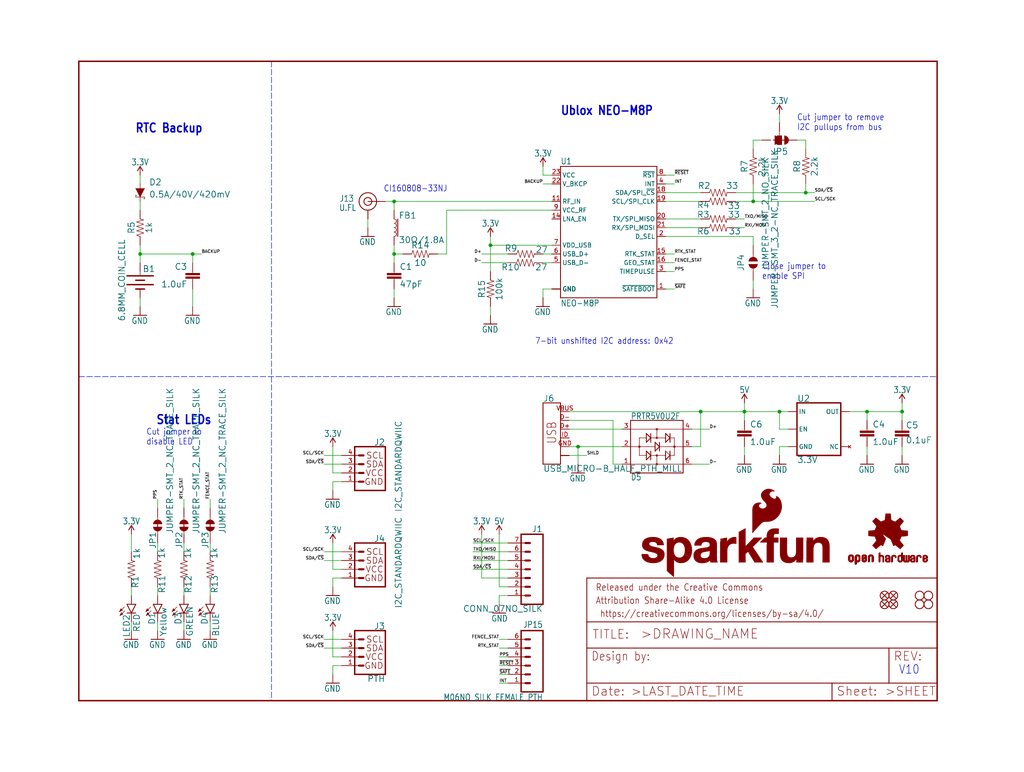
<source format=kicad_sch>
(kicad_sch (version 20211123) (generator eeschema)
  (paper "User" 297.002 223.926)
  (lib_symbols
    (symbol "Qwiic GPS-RTK - ublox NEO-M8P-eagle-import:0.1UF-0603-25V-(+80{slash}-20%)"
      (property "Reference" "C" (at 1.524 2.921 0))
      (property "Value" "0.1UF-0603-25V-(+80{slash}-20%)" (at 1.524 -2.159 0))
      (symbol "0.1UF-0603-25V-(+80{slash}-20%)_1_0"
        (pin passive line (at 0 5.08 270) (length 2.54) (name "1") (number "1"))
        (pin passive line (at 0 -2.54 90) (length 2.54) (name "2") (number "2"))
      )
    )
    (symbol "Qwiic GPS-RTK - ublox NEO-M8P-eagle-import:1.0UF-0603-16V-10%"
      (property "Reference" "C" (at 1.524 2.921 0))
      (property "Value" "1.0UF-0603-16V-10%" (at 1.524 -2.159 0))
      (symbol "1.0UF-0603-16V-10%_1_0"
        (pin passive line (at 0 5.08 270) (length 2.54) (name "1") (number "1"))
        (pin passive line (at 0 -2.54 90) (length 2.54) (name "2") (number "2"))
      )
    )
    (symbol "Qwiic GPS-RTK - ublox NEO-M8P-eagle-import:100KOHM-0603-1{slash}10W-1%"
      (property "Reference" "R" (at 0 1.524 0))
      (property "Value" "100KOHM-0603-1{slash}10W-1%" (at 0 -1.524 0))
      (symbol "100KOHM-0603-1{slash}10W-1%_1_0"
        (pin passive line (at -5.08 0 0) (length 2.54) (name "1") (number "1"))
        (pin passive line (at 5.08 0 180) (length 2.54) (name "2") (number "2"))
      )
    )
    (symbol "Qwiic GPS-RTK - ublox NEO-M8P-eagle-import:10OHM-0603-1{slash}10W-1%"
      (property "Reference" "R" (at 0 1.524 0))
      (property "Value" "10OHM-0603-1{slash}10W-1%" (at 0 -1.524 0))
      (symbol "10OHM-0603-1{slash}10W-1%_1_0"
        (pin passive line (at -5.08 0 0) (length 2.54) (name "1") (number "1"))
        (pin passive line (at 5.08 0 180) (length 2.54) (name "2") (number "2"))
      )
    )
    (symbol "Qwiic GPS-RTK - ublox NEO-M8P-eagle-import:1KOHM-0603-1{slash}10W-1%"
      (property "Reference" "R" (at 0 1.524 0))
      (property "Value" "1KOHM-0603-1{slash}10W-1%" (at 0 -1.524 0))
      (symbol "1KOHM-0603-1{slash}10W-1%_1_0"
        (pin passive line (at -5.08 0 0) (length 2.54) (name "1") (number "1"))
        (pin passive line (at 5.08 0 180) (length 2.54) (name "2") (number "2"))
      )
    )
    (symbol "Qwiic GPS-RTK - ublox NEO-M8P-eagle-import:2.2KOHM-0603-1{slash}10W-1%"
      (property "Reference" "R" (at 0 1.524 0))
      (property "Value" "2.2KOHM-0603-1{slash}10W-1%" (at 0 -1.524 0))
      (symbol "2.2KOHM-0603-1{slash}10W-1%_1_0"
        (pin passive line (at -5.08 0 0) (length 2.54) (name "1") (number "1"))
        (pin passive line (at 5.08 0 180) (length 2.54) (name "2") (number "2"))
      )
    )
    (symbol "Qwiic GPS-RTK - ublox NEO-M8P-eagle-import:27OHM-0603-1{slash}10W-1%"
      (property "Reference" "R" (at 0 1.524 0))
      (property "Value" "27OHM-0603-1{slash}10W-1%" (at 0 -1.524 0))
      (symbol "27OHM-0603-1{slash}10W-1%_1_0"
        (pin passive line (at -5.08 0 0) (length 2.54) (name "1") (number "1"))
        (pin passive line (at 5.08 0 180) (length 2.54) (name "2") (number "2"))
      )
    )
    (symbol "Qwiic GPS-RTK - ublox NEO-M8P-eagle-import:3.3V" (power)
      (property "Value" "3.3V" (at 0 2.794 0))
      (symbol "3.3V_1_0"
        (pin power_in line (at 0 0 90) (length 2.54) (name "3.3V") (number "1"))
      )
    )
    (symbol "Qwiic GPS-RTK - ublox NEO-M8P-eagle-import:33OHM-0603-1{slash}10W-1%"
      (property "Reference" "R" (at 0 1.524 0))
      (property "Value" "33OHM-0603-1{slash}10W-1%" (at 0 -1.524 0))
      (symbol "33OHM-0603-1{slash}10W-1%_1_0"
        (pin passive line (at -5.08 0 0) (length 2.54) (name "1") (number "1"))
        (pin passive line (at 5.08 0 180) (length 2.54) (name "2") (number "2"))
      )
    )
    (symbol "Qwiic GPS-RTK - ublox NEO-M8P-eagle-import:47PF-0603-50V-5%"
      (property "Reference" "C" (at 1.524 2.921 0))
      (property "Value" "47PF-0603-50V-5%" (at 1.524 -2.159 0))
      (symbol "47PF-0603-50V-5%_1_0"
        (pin passive line (at 0 5.08 270) (length 2.54) (name "1") (number "1"))
        (pin passive line (at 0 -2.54 90) (length 2.54) (name "2") (number "2"))
      )
    )
    (symbol "Qwiic GPS-RTK - ublox NEO-M8P-eagle-import:5V" (power)
      (property "Value" "5V" (at 0 2.794 0))
      (symbol "5V_1_0"
        (pin power_in line (at 0 0 90) (length 2.54) (name "5V") (number "1"))
      )
    )
    (symbol "Qwiic GPS-RTK - ublox NEO-M8P-eagle-import:BATTERY-6.8MM_SMD"
      (property "Reference" "BT" (at 0 4.318 0))
      (property "Value" "BATTERY-6.8MM_SMD" (at 0 -4.318 0))
      (symbol "BATTERY-6.8MM_SMD_1_0"
        (pin power_in line (at -5.08 0 0) (length 2.54) (name "+") (number "+"))
        (pin power_in line (at 5.08 0 180) (length 2.54) (name "-") (number "-"))
      )
    )
    (symbol "Qwiic GPS-RTK - ublox NEO-M8P-eagle-import:CONN_07NO_SILK"
      (property "Reference" "J" (at -5.08 13.208 0))
      (property "Value" "CONN_07NO_SILK" (at -5.08 -9.906 0))
      (symbol "CONN_07NO_SILK_1_0"
        (pin passive line (at 5.08 -5.08 180) (length 5.08) (name "1") (number "1"))
        (pin passive line (at 5.08 -2.54 180) (length 5.08) (name "2") (number "2"))
        (pin passive line (at 5.08 0 180) (length 5.08) (name "3") (number "3"))
        (pin passive line (at 5.08 2.54 180) (length 5.08) (name "4") (number "4"))
        (pin passive line (at 5.08 5.08 180) (length 5.08) (name "5") (number "5"))
        (pin passive line (at 5.08 7.62 180) (length 5.08) (name "6") (number "6"))
        (pin passive line (at 5.08 10.16 180) (length 5.08) (name "7") (number "7"))
      )
    )
    (symbol "Qwiic GPS-RTK - ublox NEO-M8P-eagle-import:DIODE-SCHOTTKY-PMEG4005EJ"
      (property "Reference" "D" (at -2.54 2.032 0))
      (property "Value" "DIODE-SCHOTTKY-PMEG4005EJ" (at -2.54 -2.032 0))
      (symbol "DIODE-SCHOTTKY-PMEG4005EJ_1_0"
        (pin passive line (at -2.54 0 0) (length 0) (name "A") (number "A"))
        (pin passive line (at 2.54 0 180) (length 0) (name "C") (number "C"))
      )
    )
    (symbol "Qwiic GPS-RTK - ublox NEO-M8P-eagle-import:FERRITE_BEAD-0603"
      (property "Reference" "FB" (at 1.27 2.54 0))
      (property "Value" "FERRITE_BEAD-0603" (at 1.27 -2.54 0))
      (symbol "FERRITE_BEAD-0603_1_0"
        (pin passive line (at 0 5.08 270) (length 2.54) (name "1") (number "1"))
        (pin passive line (at 0 -5.08 90) (length 2.54) (name "2") (number "2"))
      )
    )
    (symbol "Qwiic GPS-RTK - ublox NEO-M8P-eagle-import:FIDUCIALUFIDUCIAL")
    (symbol "Qwiic GPS-RTK - ublox NEO-M8P-eagle-import:FRAME-LETTER"
      (symbol "FRAME-LETTER_2_0"
        (text " https://creativecommons.org/licenses/by-sa/4.0/" (at 2.54 24.13 0) (effects (font (size 1.9304 1.6408)) (justify left bottom)))
        (text ">DRAWING_NAME" (at 15.494 17.78 0) (effects (font (size 2.7432 2.7432)) (justify left bottom)))
        (text ">LAST_DATE_TIME" (at 12.7 1.27 0) (effects (font (size 2.54 2.54)) (justify left bottom)))
        (text ">SHEET" (at 86.36 1.27 0) (effects (font (size 2.54 2.54)) (justify left bottom)))
        (text "Attribution Share-Alike 4.0 License" (at 2.54 27.94 0) (effects (font (size 1.9304 1.6408)) (justify left bottom)))
        (text "Date:" (at 1.27 1.27 0) (effects (font (size 2.54 2.54)) (justify left bottom)))
        (text "Design by:" (at 1.27 11.43 0) (effects (font (size 2.54 2.159)) (justify left bottom)))
        (text "Released under the Creative Commons" (at 2.54 31.75 0) (effects (font (size 1.9304 1.6408)) (justify left bottom)))
        (text "REV:" (at 88.9 11.43 0) (effects (font (size 2.54 2.54)) (justify left bottom)))
        (text "Sheet:" (at 72.39 1.27 0) (effects (font (size 2.54 2.54)) (justify left bottom)))
        (text "TITLE:" (at 1.524 17.78 0) (effects (font (size 2.54 2.54)) (justify left bottom)))
      )
    )
    (symbol "Qwiic GPS-RTK - ublox NEO-M8P-eagle-import:GND" (power)
      (property "Value" "GND" (at -2.54 -2.54 0))
      (symbol "GND_1_0"
        (pin power_in line (at 0 2.54 270) (length 2.54) (name "GND") (number "1"))
      )
    )
    (symbol "Qwiic GPS-RTK - ublox NEO-M8P-eagle-import:I2C_STANDARDQWIIC"
      (property "Reference" "J" (at -5.08 7.874 0))
      (property "Value" "I2C_STANDARDQWIIC" (at -5.08 -5.334 0))
      (symbol "I2C_STANDARDQWIIC_1_0"
        (text "GND" (at -4.572 -2.54 0) (effects (font (size 1.778 1.778)) (justify left)))
        (text "SCL" (at -4.572 5.08 0) (effects (font (size 1.778 1.778)) (justify left)))
        (text "SDA" (at -4.572 2.54 0) (effects (font (size 1.778 1.778)) (justify left)))
        (text "VCC" (at -4.572 0 0) (effects (font (size 1.778 1.778)) (justify left)))
        (pin power_in line (at 7.62 -2.54 180) (length 5.08) (name "1") (number "1"))
        (pin power_in line (at 7.62 0 180) (length 5.08) (name "2") (number "2"))
        (pin passive line (at 7.62 2.54 180) (length 5.08) (name "3") (number "3"))
        (pin passive line (at 7.62 5.08 180) (length 5.08) (name "4") (number "4"))
      )
    )
    (symbol "Qwiic GPS-RTK - ublox NEO-M8P-eagle-import:I2C_STANDARD_NO_SILK"
      (property "Reference" "J" (at -5.08 7.874 0))
      (property "Value" "I2C_STANDARD_NO_SILK" (at -5.08 -5.334 0))
      (symbol "I2C_STANDARD_NO_SILK_1_0"
        (text "GND" (at -4.572 -2.54 0) (effects (font (size 1.778 1.778)) (justify left)))
        (text "SCL" (at -4.572 5.08 0) (effects (font (size 1.778 1.778)) (justify left)))
        (text "SDA" (at -4.572 2.54 0) (effects (font (size 1.778 1.778)) (justify left)))
        (text "VCC" (at -4.572 0 0) (effects (font (size 1.778 1.778)) (justify left)))
        (pin power_in line (at 7.62 -2.54 180) (length 5.08) (name "1") (number "1"))
        (pin power_in line (at 7.62 0 180) (length 5.08) (name "2") (number "2"))
        (pin passive line (at 7.62 2.54 180) (length 5.08) (name "3") (number "3"))
        (pin passive line (at 7.62 5.08 180) (length 5.08) (name "4") (number "4"))
      )
    )
    (symbol "Qwiic GPS-RTK - ublox NEO-M8P-eagle-import:JUMPER-SMT_2_NC_TRACE_SILK"
      (property "Reference" "JP" (at -2.54 2.54 0))
      (property "Value" "JUMPER-SMT_2_NC_TRACE_SILK" (at -2.54 -2.54 0))
      (symbol "JUMPER-SMT_2_NC_TRACE_SILK_1_0"
        (pin passive line (at -5.08 0 0) (length 2.54) (name "1") (number "1"))
        (pin passive line (at 5.08 0 180) (length 2.54) (name "2") (number "2"))
      )
    )
    (symbol "Qwiic GPS-RTK - ublox NEO-M8P-eagle-import:JUMPER-SMT_2_NO_SILK"
      (property "Reference" "JP" (at -2.54 2.54 0))
      (property "Value" "JUMPER-SMT_2_NO_SILK" (at -2.54 -2.54 0))
      (symbol "JUMPER-SMT_2_NO_SILK_1_0"
        (pin passive line (at -5.08 0 0) (length 2.54) (name "1") (number "1"))
        (pin passive line (at 5.08 0 180) (length 2.54) (name "2") (number "2"))
      )
    )
    (symbol "Qwiic GPS-RTK - ublox NEO-M8P-eagle-import:JUMPER-SMT_3_2-NC_TRACE_SILK"
      (property "Reference" "JP" (at 2.54 0.381 0))
      (property "Value" "JUMPER-SMT_3_2-NC_TRACE_SILK" (at 2.54 -0.381 0))
      (symbol "JUMPER-SMT_3_2-NC_TRACE_SILK_1_0"
        (pin passive line (at 0 5.08 270) (length 2.54) (name "1") (number "1"))
        (pin passive line (at -5.08 0 0) (length 2.54) (name "2") (number "2"))
        (pin passive line (at 0 -5.08 90) (length 2.54) (name "3") (number "3"))
      )
    )
    (symbol "Qwiic GPS-RTK - ublox NEO-M8P-eagle-import:LED-BLUE0603"
      (property "Reference" "D" (at -3.429 -4.572 90))
      (property "Value" "LED-BLUE0603" (at 1.905 -4.572 90))
      (symbol "LED-BLUE0603_1_0"
        (pin passive line (at 0 2.54 270) (length 2.54) (name "A") (number "A"))
        (pin passive line (at 0 -5.08 90) (length 2.54) (name "C") (number "C"))
      )
    )
    (symbol "Qwiic GPS-RTK - ublox NEO-M8P-eagle-import:LED-GREEN0603"
      (property "Reference" "D" (at -3.429 -4.572 90))
      (property "Value" "LED-GREEN0603" (at 1.905 -4.572 90))
      (symbol "LED-GREEN0603_1_0"
        (pin passive line (at 0 2.54 270) (length 2.54) (name "A") (number "A"))
        (pin passive line (at 0 -5.08 90) (length 2.54) (name "C") (number "C"))
      )
    )
    (symbol "Qwiic GPS-RTK - ublox NEO-M8P-eagle-import:LED-RED0603"
      (property "Reference" "D" (at -3.429 -4.572 90))
      (property "Value" "LED-RED0603" (at 1.905 -4.572 90))
      (symbol "LED-RED0603_1_0"
        (pin passive line (at 0 2.54 270) (length 2.54) (name "A") (number "A"))
        (pin passive line (at 0 -5.08 90) (length 2.54) (name "C") (number "C"))
      )
    )
    (symbol "Qwiic GPS-RTK - ublox NEO-M8P-eagle-import:LED-YELLOW0603"
      (property "Reference" "D" (at -3.429 -4.572 90))
      (property "Value" "LED-YELLOW0603" (at 1.905 -4.572 90))
      (symbol "LED-YELLOW0603_1_0"
        (pin passive line (at 0 2.54 270) (length 2.54) (name "A") (number "A"))
        (pin passive line (at 0 -5.08 90) (length 2.54) (name "C") (number "C"))
      )
    )
    (symbol "Qwiic GPS-RTK - ublox NEO-M8P-eagle-import:M06NO_SILK_FEMALE_PTH"
      (property "Reference" "J" (at -5.08 10.922 0))
      (property "Value" "M06NO_SILK_FEMALE_PTH" (at -5.08 -10.16 0))
      (symbol "M06NO_SILK_FEMALE_PTH_1_0"
        (pin passive line (at 5.08 -5.08 180) (length 5.08) (name "1") (number "1"))
        (pin passive line (at 5.08 -2.54 180) (length 5.08) (name "2") (number "2"))
        (pin passive line (at 5.08 0 180) (length 5.08) (name "3") (number "3"))
        (pin passive line (at 5.08 2.54 180) (length 5.08) (name "4") (number "4"))
        (pin passive line (at 5.08 5.08 180) (length 5.08) (name "5") (number "5"))
        (pin passive line (at 5.08 7.62 180) (length 5.08) (name "6") (number "6"))
      )
    )
    (symbol "Qwiic GPS-RTK - ublox NEO-M8P-eagle-import:NEO-M8PM8P"
      (property "Reference" "U" (at -12.7 18.288 0))
      (property "Value" "NEO-M8PM8P" (at -12.7 -22.86 0))
      (symbol "NEO-M8PM8P_1_0"
        (pin bidirectional line (at 17.78 -17.78 180) (length 2.54) (name "~{SAFEBOOT}") (number "1"))
        (pin bidirectional line (at -15.24 -17.78 0) (length 2.54) (name "GND") (number "10"))
        (pin bidirectional line (at -15.24 7.62 0) (length 2.54) (name "RF_IN") (number "11"))
        (pin bidirectional line (at -15.24 -17.78 0) (length 2.54) (name "GND") (number "12"))
        (pin bidirectional line (at -15.24 -17.78 0) (length 2.54) (name "GND") (number "13"))
        (pin bidirectional line (at -15.24 2.54 0) (length 2.54) (name "LNA_EN") (number "14"))
        (pin bidirectional line (at 17.78 -7.62 180) (length 2.54) (name "RTK_STAT") (number "15"))
        (pin bidirectional line (at 17.78 -10.16 180) (length 2.54) (name "GEO_STAT") (number "16"))
        (pin bidirectional line (at 17.78 10.16 180) (length 2.54) (name "SDA/SPI_~{CS}") (number "18"))
        (pin bidirectional line (at 17.78 7.62 180) (length 2.54) (name "SCL/SPI_CLK") (number "19"))
        (pin bidirectional line (at 17.78 -2.54 180) (length 2.54) (name "D_SEL") (number "2"))
        (pin bidirectional line (at 17.78 2.54 180) (length 2.54) (name "TX/SPI_MISO") (number "20"))
        (pin bidirectional line (at 17.78 0 180) (length 2.54) (name "RX/SPI_MOSI") (number "21"))
        (pin bidirectional line (at -15.24 12.7 0) (length 2.54) (name "V_BKCP") (number "22"))
        (pin bidirectional line (at -15.24 15.24 0) (length 2.54) (name "VCC") (number "23"))
        (pin bidirectional line (at -15.24 -17.78 0) (length 2.54) (name "GND") (number "24"))
        (pin bidirectional line (at 17.78 -12.7 180) (length 2.54) (name "TIMEPULSE") (number "3"))
        (pin bidirectional line (at 17.78 12.7 180) (length 2.54) (name "INT") (number "4"))
        (pin bidirectional line (at -15.24 -10.16 0) (length 2.54) (name "USB_D-") (number "5"))
        (pin bidirectional line (at -15.24 -7.62 0) (length 2.54) (name "USB_D+") (number "6"))
        (pin bidirectional line (at -15.24 -5.08 0) (length 2.54) (name "VDD_USB") (number "7"))
        (pin bidirectional line (at 17.78 15.24 180) (length 2.54) (name "~{RST}") (number "8"))
        (pin bidirectional line (at -15.24 5.08 0) (length 2.54) (name "VCC_RF") (number "9"))
      )
    )
    (symbol "Qwiic GPS-RTK - ublox NEO-M8P-eagle-import:OSHW-LOGOMINI")
    (symbol "Qwiic GPS-RTK - ublox NEO-M8P-eagle-import:PRTR5V0U2F"
      (property "Reference" "D" (at -7.62 7.874 0))
      (property "Value" "PRTR5V0U2F" (at -7.62 -7.874 0))
      (symbol "PRTR5V0U2F_1_0"
        (pin bidirectional line (at -10.16 5.08 0) (length 2.54) (name "1") (number "1"))
        (pin bidirectional line (at -10.16 0 0) (length 2.54) (name "2") (number "2"))
        (pin bidirectional line (at -10.16 -5.08 0) (length 2.54) (name "3") (number "3"))
        (pin bidirectional line (at 10.16 -5.08 180) (length 2.54) (name "4") (number "4"))
        (pin bidirectional line (at 10.16 0 180) (length 2.54) (name "5") (number "5"))
        (pin bidirectional line (at 10.16 5.08 180) (length 2.54) (name "6") (number "6"))
      )
    )
    (symbol "Qwiic GPS-RTK - ublox NEO-M8P-eagle-import:SFE_LOGO_NAME_FLAME.1_INCH")
    (symbol "Qwiic GPS-RTK - ublox NEO-M8P-eagle-import:STAND-OFF")
    (symbol "Qwiic GPS-RTK - ublox NEO-M8P-eagle-import:U.FL2PIN"
      (property "Reference" "J" (at 2.54 -5.08 0))
      (property "Value" "U.FL2PIN" (at 2.54 -7.62 0))
      (symbol "U.FL2PIN_1_0"
        (pin bidirectional line (at 0 -5.08 90) (length 2.54) (name "GND") (number "1"))
        (pin bidirectional line (at 0 -5.08 90) (length 2.54) (name "GND") (number "2"))
        (pin bidirectional line (at 5.08 0 180) (length 5.08) (name "SIGNAL") (number "FEED"))
      )
    )
    (symbol "Qwiic GPS-RTK - ublox NEO-M8P-eagle-import:USB_MICRO-B_HALF_PTH_MILL"
      (property "Reference" "J" (at -2.54 10.414 0))
      (property "Value" "USB_MICRO-B_HALF_PTH_MILL" (at -2.54 -9.906 0))
      (symbol "USB_MICRO-B_HALF_PTH_MILL_1_0"
        (text "USB" (at 0 1.524 900) (effects (font (size 2.54 2.159))))
        (pin bidirectional line (at 5.08 2.54 180) (length 2.54) (name "D+") (number "D+"))
        (pin bidirectional line (at 5.08 5.08 180) (length 2.54) (name "D-") (number "D-"))
        (pin power_in line (at 5.08 -2.54 180) (length 2.54) (name "GND") (number "GND"))
        (pin bidirectional line (at 5.08 0 180) (length 2.54) (name "ID") (number "ID"))
        (pin bidirectional line (at 5.08 -5.08 180) (length 2.54) (name "SHIELD") (number "SHIELD"))
        (pin bidirectional line (at 5.08 -5.08 180) (length 2.54) (name "SHIELD") (number "SHIELD10"))
        (pin bidirectional line (at 5.08 -5.08 180) (length 2.54) (name "SHIELD") (number "SHIELD2"))
        (pin bidirectional line (at 5.08 -5.08 180) (length 2.54) (name "SHIELD") (number "SHIELD3"))
        (pin bidirectional line (at 5.08 -5.08 180) (length 2.54) (name "SHIELD") (number "SHIELD4"))
        (pin bidirectional line (at 5.08 -5.08 180) (length 2.54) (name "SHIELD") (number "SHIELD5"))
        (pin bidirectional line (at 5.08 -5.08 180) (length 2.54) (name "SHIELD") (number "SHIELD6"))
        (pin bidirectional line (at 5.08 -5.08 180) (length 2.54) (name "SHIELD") (number "SHIELD7"))
        (pin bidirectional line (at 5.08 -5.08 180) (length 2.54) (name "SHIELD") (number "SHIELD8"))
        (pin bidirectional line (at 5.08 -5.08 180) (length 2.54) (name "SHIELD") (number "SHIELD9"))
        (pin power_in line (at 5.08 7.62 180) (length 2.54) (name "VBUS") (number "VBUS"))
      )
    )
    (symbol "Qwiic GPS-RTK - ublox NEO-M8P-eagle-import:V_REG_AP2112K-3.3V"
      (property "Reference" "U" (at -7.62 7.874 0))
      (property "Value" "V_REG_AP2112K-3.3V" (at -7.62 -7.874 0))
      (symbol "V_REG_AP2112K-3.3V_1_0"
        (pin input line (at -10.16 5.08 0) (length 2.54) (name "IN") (number "1"))
        (pin input line (at -10.16 -5.08 0) (length 2.54) (name "GND") (number "2"))
        (pin input line (at -10.16 0 0) (length 2.54) (name "EN") (number "3"))
        (pin no_connect line (at 7.62 -5.08 180) (length 2.54) (name "NC") (number "4"))
        (pin passive line (at 7.62 5.08 180) (length 2.54) (name "OUT") (number "5"))
      )
    )
  )
  (junction (at 218.44 58.42))
  (junction (at 203.2 119.38))
  (junction (at 40.64 73.66))
  (junction (at 233.68 55.88))
  (junction (at 226.06 119.38))
  (junction (at 167.64 129.54))
  (junction (at 55.88 73.66))
  (junction (at 142.24 71.12))
  (junction (at 114.3 73.66))
  (junction (at 261.62 119.38))
  (junction (at 251.46 119.38))
  (junction (at 215.9 119.38))
  (junction (at 114.3 58.42))
  (wire (pts (xy 129.54 73.66) (xy 127 73.66)))
  (wire (pts (xy 200.66 129.54) (xy 203.2 129.54)))
  (wire (pts (xy 129.54 60.96) (xy 129.54 73.66)))
  (wire (pts (xy 251.46 132.08) (xy 251.46 129.54)))
  (wire (pts (xy 60.96 180.34) (xy 60.96 182.88)))
  (wire (pts (xy 261.62 116.84) (xy 261.62 119.38)))
  (wire (pts (xy 246.38 119.38) (xy 251.46 119.38)))
  (wire (pts (xy 38.1 154.94) (xy 38.1 160.02)))
  (wire (pts (xy 215.9 121.92) (xy 215.9 119.38)))
  (wire (pts (xy 193.04 73.66) (xy 195.58 73.66)))
  (wire (pts (xy 165.1 132.08) (xy 170.18 132.08)))
  (wire (pts (xy 160.02 50.8) (xy 157.48 50.8)))
  (wire (pts (xy 144.78 172.72) (xy 144.78 175.26)))
  (wire (pts (xy 157.48 48.26) (xy 157.48 50.8)))
  (wire (pts (xy 99.06 193.04) (xy 96.52 193.04)))
  (wire (pts (xy 96.52 137.16) (xy 96.52 129.54)))
  (wire (pts (xy 147.32 172.72) (xy 144.78 172.72)))
  (wire (pts (xy 147.32 162.56) (xy 137.16 162.56)))
  (wire (pts (xy 228.6 124.46) (xy 226.06 124.46)))
  (wire (pts (xy 193.04 78.74) (xy 195.58 78.74)))
  (wire (pts (xy 40.64 71.12) (xy 40.64 73.66)))
  (wire (pts (xy 96.52 167.64) (xy 96.52 170.18)))
  (wire (pts (xy 147.32 190.5) (xy 144.78 190.5)))
  (wire (pts (xy 38.1 172.72) (xy 38.1 170.18)))
  (wire (pts (xy 213.36 58.42) (xy 218.44 58.42)))
  (wire (pts (xy 99.06 132.08) (xy 93.98 132.08)))
  (wire (pts (xy 203.2 55.88) (xy 193.04 55.88)))
  (wire (pts (xy 218.44 81.28) (xy 218.44 83.82)))
  (wire (pts (xy 147.32 167.64) (xy 139.7 167.64)))
  (wire (pts (xy 142.24 71.12) (xy 142.24 78.74)))
  (wire (pts (xy 213.36 66.04) (xy 215.9 66.04)))
  (wire (pts (xy 233.68 53.34) (xy 233.68 55.88)))
  (wire (pts (xy 167.64 129.54) (xy 167.64 134.62)))
  (wire (pts (xy 45.72 170.18) (xy 45.72 172.72)))
  (wire (pts (xy 147.32 160.02) (xy 137.16 160.02)))
  (wire (pts (xy 180.34 129.54) (xy 167.64 129.54)))
  (wire (pts (xy 218.44 71.12) (xy 218.44 68.58)))
  (wire (pts (xy 147.32 157.48) (xy 137.16 157.48)))
  (wire (pts (xy 160.02 60.96) (xy 129.54 60.96)))
  (wire (pts (xy 147.32 187.96) (xy 144.78 187.96)))
  (wire (pts (xy 45.72 147.32) (xy 45.72 144.78)))
  (wire (pts (xy 96.52 165.1) (xy 96.52 157.48)))
  (wire (pts (xy 193.04 50.8) (xy 195.58 50.8)))
  (wire (pts (xy 142.24 68.58) (xy 142.24 71.12)))
  (wire (pts (xy 106.68 66.04) (xy 106.68 63.5)))
  (wire (pts (xy 215.9 119.38) (xy 215.9 116.84)))
  (wire (pts (xy 139.7 167.64) (xy 139.7 154.94)))
  (wire (pts (xy 40.64 86.36) (xy 40.64 88.9)))
  (wire (pts (xy 226.06 119.38) (xy 215.9 119.38)))
  (wire (pts (xy 142.24 91.44) (xy 142.24 88.9)))
  (wire (pts (xy 218.44 58.42) (xy 236.22 58.42)))
  (wire (pts (xy 226.06 124.46) (xy 226.06 119.38)))
  (wire (pts (xy 251.46 119.38) (xy 261.62 119.38)))
  (wire (pts (xy 233.68 40.64) (xy 231.14 40.64)))
  (wire (pts (xy 55.88 83.82) (xy 55.88 88.9)))
  (wire (pts (xy 99.06 185.42) (xy 93.98 185.42)))
  (wire (pts (xy 114.3 73.66) (xy 114.3 76.2)))
  (wire (pts (xy 147.32 76.2) (xy 139.7 76.2)))
  (wire (pts (xy 160.02 73.66) (xy 157.48 73.66)))
  (wire (pts (xy 55.88 73.66) (xy 40.64 73.66)))
  (wire (pts (xy 160.02 83.82) (xy 157.48 83.82)))
  (wire (pts (xy 200.66 124.46) (xy 205.74 124.46)))
  (wire (pts (xy 218.44 53.34) (xy 218.44 58.42)))
  (wire (pts (xy 96.52 190.5) (xy 96.52 182.88)))
  (wire (pts (xy 215.9 119.38) (xy 203.2 119.38)))
  (wire (pts (xy 99.06 134.62) (xy 93.98 134.62)))
  (wire (pts (xy 251.46 119.38) (xy 251.46 121.92)))
  (wire (pts (xy 193.04 63.5) (xy 203.2 63.5)))
  (wire (pts (xy 193.04 76.2) (xy 195.58 76.2)))
  (wire (pts (xy 160.02 76.2) (xy 157.48 76.2)))
  (wire (pts (xy 99.06 165.1) (xy 96.52 165.1)))
  (wire (pts (xy 53.34 157.48) (xy 53.34 160.02)))
  (wire (pts (xy 99.06 162.56) (xy 93.98 162.56)))
  (wire (pts (xy 213.36 63.5) (xy 215.9 63.5)))
  (wire (pts (xy 45.72 180.34) (xy 45.72 182.88)))
  (wire (pts (xy 99.06 160.02) (xy 93.98 160.02)))
  (wire (pts (xy 40.64 58.42) (xy 40.64 60.96)))
  (wire (pts (xy 45.72 157.48) (xy 45.72 160.02)))
  (wire (pts (xy 218.44 43.18) (xy 218.44 40.64)))
  (wire (pts (xy 193.04 66.04) (xy 203.2 66.04)))
  (wire (pts (xy 38.1 182.88) (xy 38.1 180.34)))
  (wire (pts (xy 53.34 180.34) (xy 53.34 182.88)))
  (wire (pts (xy 96.52 139.7) (xy 96.52 142.24)))
  (polyline (pts (xy 22.86 109.22) (xy 271.78 109.22)))
  (wire (pts (xy 213.36 55.88) (xy 233.68 55.88)))
  (wire (pts (xy 99.06 139.7) (xy 96.52 139.7)))
  (wire (pts (xy 147.32 198.12) (xy 144.78 198.12)))
  (wire (pts (xy 114.3 58.42) (xy 114.3 60.96)))
  (wire (pts (xy 193.04 68.58) (xy 218.44 68.58)))
  (wire (pts (xy 165.1 121.92) (xy 177.8 121.92)))
  (wire (pts (xy 203.2 58.42) (xy 193.04 58.42)))
  (wire (pts (xy 177.8 134.62) (xy 180.34 134.62)))
  (wire (pts (xy 203.2 119.38) (xy 165.1 119.38)))
  (wire (pts (xy 226.06 129.54) (xy 226.06 132.08)))
  (wire (pts (xy 147.32 193.04) (xy 144.78 193.04)))
  (wire (pts (xy 142.24 71.12) (xy 160.02 71.12)))
  (wire (pts (xy 144.78 170.18) (xy 144.78 154.94)))
  (wire (pts (xy 147.32 185.42) (xy 144.78 185.42)))
  (wire (pts (xy 165.1 129.54) (xy 167.64 129.54)))
  (wire (pts (xy 200.66 134.62) (xy 205.74 134.62)))
  (wire (pts (xy 160.02 53.34) (xy 157.48 53.34)))
  (wire (pts (xy 226.06 119.38) (xy 228.6 119.38)))
  (wire (pts (xy 116.84 73.66) (xy 114.3 73.66)))
  (wire (pts (xy 261.62 132.08) (xy 261.62 129.54)))
  (wire (pts (xy 55.88 73.66) (xy 58.42 73.66)))
  (wire (pts (xy 60.96 157.48) (xy 60.96 160.02)))
  (wire (pts (xy 228.6 129.54) (xy 226.06 129.54)))
  (wire (pts (xy 53.34 170.18) (xy 53.34 172.72)))
  (wire (pts (xy 226.06 33.02) (xy 226.06 35.56)))
  (wire (pts (xy 203.2 129.54) (xy 203.2 119.38)))
  (wire (pts (xy 99.06 187.96) (xy 93.98 187.96)))
  (wire (pts (xy 114.3 58.42) (xy 111.76 58.42)))
  (wire (pts (xy 147.32 195.58) (xy 144.78 195.58)))
  (wire (pts (xy 60.96 170.18) (xy 60.96 172.72)))
  (wire (pts (xy 218.44 40.64) (xy 220.98 40.64)))
  (wire (pts (xy 40.64 73.66) (xy 40.64 76.2)))
  (wire (pts (xy 215.9 132.08) (xy 215.9 129.54)))
  (wire (pts (xy 53.34 147.32) (xy 53.34 144.78)))
  (wire (pts (xy 99.06 137.16) (xy 96.52 137.16)))
  (wire (pts (xy 233.68 55.88) (xy 236.22 55.88)))
  (wire (pts (xy 99.06 167.64) (xy 96.52 167.64)))
  (wire (pts (xy 193.04 83.82) (xy 195.58 83.82)))
  (wire (pts (xy 55.88 73.66) (xy 55.88 76.2)))
  (polyline (pts (xy 78.74 17.78) (xy 78.74 203.2)))
  (wire (pts (xy 193.04 53.34) (xy 195.58 53.34)))
  (wire (pts (xy 60.96 147.32) (xy 60.96 144.78)))
  (wire (pts (xy 99.06 190.5) (xy 96.52 190.5)))
  (wire (pts (xy 157.48 83.82) (xy 157.48 86.36)))
  (wire (pts (xy 233.68 43.18) (xy 233.68 40.64)))
  (wire (pts (xy 147.32 73.66) (xy 139.7 73.66)))
  (wire (pts (xy 177.8 121.92) (xy 177.8 134.62)))
  (wire (pts (xy 165.1 124.46) (xy 180.34 124.46)))
  (wire (pts (xy 147.32 170.18) (xy 144.78 170.18)))
  (wire (pts (xy 114.3 71.12) (xy 114.3 73.66)))
  (wire (pts (xy 96.52 193.04) (xy 96.52 195.58)))
  (wire (pts (xy 147.32 165.1) (xy 137.16 165.1)))
  (wire (pts (xy 114.3 86.36) (xy 114.3 83.82)))
  (wire (pts (xy 114.3 58.42) (xy 160.02 58.42)))
  (wire (pts (xy 261.62 121.92) (xy 261.62 119.38)))
  (wire (pts (xy 40.64 50.8) (xy 40.64 53.34)))
  (text "V10" (at 260.604 195.834 180) (effects (font (size 2.54 2.159)) (justify left bottom)))
  (text "Stat LEDs" (at 53.34 121.92 180) (effects (font (size 2.54 2.159) (thickness 0.4318) bold)))
  (text "Ublox NEO-M8P" (at 176.022 32.258 180) (effects (font (size 2.54 2.159) (thickness 0.4318) bold)))
  (text "CI160808-33NJ" (at 111.252 55.88 180) (effects (font (size 1.778 1.5113)) (justify left bottom)))
  (text "Cut jumper to\ndisable LED" (at 42.418 129.286 180) (effects (font (size 1.778 1.5113)) (justify left bottom)))
  (text "Cut jumper to remove\nI2C pullups from bus" (at 231.14 38.1 180) (effects (font (size 1.778 1.5113)) (justify left bottom)))
  (text "RTC Backup" (at 49.022 37.338 180) (effects (font (size 2.54 2.159) (thickness 0.4318) bold)))
  (text "7-bit unshifted I2C address: 0x42" (at 175.26 99.06 180) (effects (font (size 1.778 1.5113))))
  (text "Close jumper to\nenable SPI" (at 220.98 81.28 180) (effects (font (size 1.778 1.5113)) (justify left bottom)))
  (label "RTK_STAT" (at 195.58 73.66 0) (effects (font (size 0.889 0.889))))
  (label "BACKUP" (at 58.42 73.66 0) (effects (font (size 0.889 0.889))))
  (label "~{RESET}" (at 195.58 50.8 0) (effects (font (size 0.889 0.889))))
  (label "SDA/~{CS}" (at 93.98 162.56 180) (effects (font (size 0.889 0.889))))
  (label "INT" (at 195.58 53.34 0) (effects (font (size 0.889 0.889))))
  (label "BACKUP" (at 157.48 53.34 180) (effects (font (size 0.889 0.889))))
  (label "INT" (at 144.78 198.12 0) (effects (font (size 0.889 0.889))))
  (label "PPS" (at 45.72 144.78 90) (effects (font (size 0.889 0.889))))
  (label "SDA/~{CS}" (at 93.98 187.96 180) (effects (font (size 0.889 0.889))))
  (label "SDA/~{CS}" (at 236.22 55.88 0) (effects (font (size 0.889 0.889))))
  (label "SCL/SCK" (at 137.16 157.48 0) (effects (font (size 0.889 0.889))))
  (label "SDA/~{CS}" (at 137.16 165.1 0) (effects (font (size 0.889 0.889))))
  (label "SCL/SCK" (at 93.98 185.42 180) (effects (font (size 0.889 0.889))))
  (label "D+" (at 139.7 73.66 180) (effects (font (size 0.889 0.889))))
  (label "RXI/MOSI" (at 215.9 66.04 0) (effects (font (size 0.889 0.889))))
  (label "RTK_STAT" (at 144.78 187.96 180) (effects (font (size 0.889 0.889))))
  (label "FENCE_STAT" (at 60.96 144.78 90) (effects (font (size 0.889 0.889))))
  (label "FENCE_STAT" (at 195.58 76.2 0) (effects (font (size 0.889 0.889))))
  (label "~{SAFE}" (at 144.78 195.58 0) (effects (font (size 0.889 0.889))))
  (label "RXI/MOSI" (at 137.16 162.56 0) (effects (font (size 0.889 0.889))))
  (label "D+" (at 205.74 124.46 0) (effects (font (size 0.889 0.889))))
  (label "FENCE_STAT" (at 144.78 185.42 180) (effects (font (size 0.889 0.889))))
  (label "PPS" (at 195.58 78.74 0) (effects (font (size 0.889 0.889))))
  (label "SCL/SCK" (at 93.98 160.02 180) (effects (font (size 0.889 0.889))))
  (label "SCL/SCK" (at 93.98 132.08 180) (effects (font (size 0.889 0.889))))
  (label "PPS" (at 144.78 190.5 0) (effects (font (size 0.889 0.889))))
  (label "D-" (at 205.74 134.62 0) (effects (font (size 0.889 0.889))))
  (label "~{SAFE}" (at 195.58 83.82 0) (effects (font (size 0.889 0.889))))
  (label "SHLD" (at 170.18 132.08 0) (effects (font (size 0.889 0.889))))
  (label "SDA/~{CS}" (at 93.98 134.62 180) (effects (font (size 0.889 0.889))))
  (label "RTK_STAT" (at 53.34 144.78 90) (effects (font (size 0.889 0.889))))
  (label "~{RESET}" (at 144.78 193.04 0) (effects (font (size 0.889 0.889))))
  (label "TXO/MISO" (at 137.16 160.02 0) (effects (font (size 0.889 0.889))))
  (label "D-" (at 139.7 76.2 180) (effects (font (size 0.889 0.889))))
  (label "TXO/MISO" (at 215.9 63.5 0) (effects (font (size 0.889 0.889))))
  (label "SCL/SCK" (at 236.22 58.42 0) (effects (font (size 0.889 0.889))))
  (symbol (lib_id "Qwiic GPS-RTK - ublox NEO-M8P-eagle-import:BATTERY-6.8MM_SMD") (at 40.64 81.28 270) (unit 1)
    (property "Reference" "B1" (at 43.18 78.994 90) (effects (font (size 1.778 1.778)) (justify bottom)))
    (property "Value" "6.8MM_COIN_CELL" (at 36.322 81.28 0) (effects (font (size 1.778 1.778)) (justify top)))
    (property "Footprint" "Qwiic GPS-RTK - ublox NEO-M8P:BATTCON-6.8MM" (effects hide))
  )
  (symbol (lib_id "Qwiic GPS-RTK - ublox NEO-M8P-eagle-import:33OHM-0603-1{slash}10W-1%") (at 208.28 66.04 0) (unit 1)
    (property "Reference" "R6" (at 203.962 68.072 0) (effects (font (size 1.778 1.778)) (justify bottom)))
    (property "Value" "33" (at 213.106 68.072 0) (effects (font (size 1.778 1.778)) (justify bottom)))
    (property "Footprint" "Qwiic GPS-RTK - ublox NEO-M8P:0603" (effects hide))
  )
  (symbol (lib_id "Qwiic GPS-RTK - ublox NEO-M8P-eagle-import:LED-RED0603") (at 38.1 175.26 0) (unit 1)
    (property "Reference" "LED2" (at 37.719 184.912 90) (effects (font (size 1.778 1.778)) (justify left bottom)))
    (property "Value" "RED" (at 38.608 183.388 90) (effects (font (size 1.778 1.778)) (justify left top)))
    (property "Footprint" "Qwiic GPS-RTK - ublox NEO-M8P:LED-0603" (effects hide))
  )
  (symbol (lib_id "Qwiic GPS-RTK - ublox NEO-M8P-eagle-import:DIODE-SCHOTTKY-PMEG4005EJ") (at 40.64 55.88 270) (unit 1)
    (property "Reference" "D2" (at 43.18 53.848 90) (effects (font (size 1.778 1.778)) (justify left bottom)))
    (property "Value" "0.5A/40V/420mV" (at 43.18 55.372 90) (effects (font (size 1.778 1.778)) (justify left top)))
    (property "Footprint" "Qwiic GPS-RTK - ublox NEO-M8P:SOD-323" (effects hide))
  )
  (symbol (lib_id "Qwiic GPS-RTK - ublox NEO-M8P-eagle-import:I2C_STANDARD_NO_SILK") (at 106.68 190.5 0) (mirror y) (unit 1)
    (property "Reference" "J3" (at 111.76 182.626 0) (effects (font (size 1.778 1.778)) (justify left bottom)))
    (property "Value" "PTH" (at 111.76 195.834 0) (effects (font (size 1.778 1.778)) (justify left top)))
    (property "Footprint" "Qwiic GPS-RTK - ublox NEO-M8P:1X04_NO_SILK" (effects hide))
  )
  (symbol (lib_id "Qwiic GPS-RTK - ublox NEO-M8P-eagle-import:LED-BLUE0603") (at 60.96 175.26 0) (unit 1)
    (property "Reference" "D4" (at 60.325 181.229 90) (effects (font (size 1.778 1.778)) (justify left bottom)))
    (property "Value" "BLUE" (at 61.595 184.658 90) (effects (font (size 1.778 1.778)) (justify left top)))
    (property "Footprint" "Qwiic GPS-RTK - ublox NEO-M8P:LED-0603" (effects hide))
  )
  (symbol (lib_id "Qwiic GPS-RTK - ublox NEO-M8P-eagle-import:LED-GREEN0603") (at 53.34 175.26 0) (unit 1)
    (property "Reference" "D3" (at 52.705 181.229 90) (effects (font (size 1.778 1.778)) (justify left bottom)))
    (property "Value" "GREEN" (at 53.975 184.658 90) (effects (font (size 1.778 1.778)) (justify left top)))
    (property "Footprint" "Qwiic GPS-RTK - ublox NEO-M8P:LED-0603" (effects hide))
  )
  (symbol (lib_id "Qwiic GPS-RTK - ublox NEO-M8P-eagle-import:GND") (at 144.78 177.8 0) (mirror y) (unit 1)
    (property "Reference" "#GND1" (effects hide))
    (property "Value" "GND" (at 147.32 180.34 0) (effects (font (size 1.778 1.5113)) (justify left bottom)))
    (property "Footprint" "Qwiic GPS-RTK - ublox NEO-M8P:" (effects hide))
  )
  (symbol (lib_id "Qwiic GPS-RTK - ublox NEO-M8P-eagle-import:JUMPER-SMT_2_NC_TRACE_SILK") (at 60.96 152.4 90) (unit 1)
    (property "Reference" "JP3" (at 60.579 159.258 0) (effects (font (size 1.778 1.778)) (justify left bottom)))
    (property "Value" "JUMPER-SMT_2_NC_TRACE_SILK" (at 63.5 154.94 0) (effects (font (size 1.778 1.778)) (justify left top)))
    (property "Footprint" "Qwiic GPS-RTK - ublox NEO-M8P:SMT-JUMPER_2_NC_TRACE_SILK" (effects hide))
  )
  (symbol (lib_id "Qwiic GPS-RTK - ublox NEO-M8P-eagle-import:GND") (at 38.1 185.42 0) (unit 1)
    (property "Reference" "#GND12" (effects hide))
    (property "Value" "GND" (at 35.56 187.96 0) (effects (font (size 1.778 1.5113)) (justify left bottom)))
    (property "Footprint" "Qwiic GPS-RTK - ublox NEO-M8P:" (effects hide))
  )
  (symbol (lib_id "Qwiic GPS-RTK - ublox NEO-M8P-eagle-import:FRAME-LETTER") (at 22.86 203.2 0) (unit 1)
    (property "Reference" "FRAME1" (effects hide))
    (property "Value" "FRAME-LETTER" (effects hide))
    (property "Footprint" "Qwiic GPS-RTK - ublox NEO-M8P:CREATIVE_COMMONS" (effects hide))
  )
  (symbol (lib_id "Qwiic GPS-RTK - ublox NEO-M8P-eagle-import:2.2KOHM-0603-1{slash}10W-1%") (at 233.68 48.26 90) (unit 1)
    (property "Reference" "R8" (at 232.156 48.26 0) (effects (font (size 1.778 1.778)) (justify bottom)))
    (property "Value" "2.2k" (at 235.204 48.26 0) (effects (font (size 1.778 1.778)) (justify top)))
    (property "Footprint" "Qwiic GPS-RTK - ublox NEO-M8P:0603" (effects hide))
  )
  (symbol (lib_id "Qwiic GPS-RTK - ublox NEO-M8P-eagle-import:FIDUCIALUFIDUCIAL") (at 259.08 175.26 270) (unit 1)
    (property "Reference" "JP81" (effects hide))
    (property "Value" "FIDUCIALUFIDUCIAL" (effects hide))
    (property "Footprint" "Qwiic GPS-RTK - ublox NEO-M8P:MICRO-FIDUCIAL" (effects hide))
  )
  (symbol (lib_id "Qwiic GPS-RTK - ublox NEO-M8P-eagle-import:1KOHM-0603-1{slash}10W-1%") (at 60.96 165.1 90) (unit 1)
    (property "Reference" "R13" (at 63.246 169.418 0) (effects (font (size 1.778 1.778)) (justify bottom)))
    (property "Value" "1k" (at 63.119 160.401 0) (effects (font (size 1.778 1.778)) (justify bottom)))
    (property "Footprint" "Qwiic GPS-RTK - ublox NEO-M8P:0603" (effects hide))
  )
  (symbol (lib_id "Qwiic GPS-RTK - ublox NEO-M8P-eagle-import:GND") (at 53.34 185.42 0) (unit 1)
    (property "Reference" "#GND9" (effects hide))
    (property "Value" "GND" (at 50.8 187.96 0) (effects (font (size 1.778 1.5113)) (justify left bottom)))
    (property "Footprint" "Qwiic GPS-RTK - ublox NEO-M8P:" (effects hide))
  )
  (symbol (lib_id "Qwiic GPS-RTK - ublox NEO-M8P-eagle-import:NEO-M8PM8P") (at 175.26 66.04 0) (unit 1)
    (property "Reference" "U1" (at 162.56 47.752 0) (effects (font (size 1.778 1.5113)) (justify left bottom)))
    (property "Value" "NEO-M8P" (at 162.56 88.9 0) (effects (font (size 1.778 1.5113)) (justify left bottom)))
    (property "Footprint" "Qwiic GPS-RTK - ublox NEO-M8P:NEO-M8P" (effects hide))
  )
  (symbol (lib_id "Qwiic GPS-RTK - ublox NEO-M8P-eagle-import:3.3V") (at 96.52 129.54 0) (unit 1)
    (property "Reference" "#SUPPLY4" (effects hide))
    (property "Value" "3.3V" (at 96.52 126.746 0) (effects (font (size 1.778 1.5113)) (justify bottom)))
    (property "Footprint" "Qwiic GPS-RTK - ublox NEO-M8P:" (effects hide))
  )
  (symbol (lib_id "Qwiic GPS-RTK - ublox NEO-M8P-eagle-import:V_REG_AP2112K-3.3V") (at 238.76 124.46 0) (unit 1)
    (property "Reference" "U2" (at 231.14 116.586 0) (effects (font (size 1.778 1.778)) (justify left bottom)))
    (property "Value" "3.3V" (at 231.14 132.334 0) (effects (font (size 1.778 1.778)) (justify left top)))
    (property "Footprint" "Qwiic GPS-RTK - ublox NEO-M8P:SOT23-5" (effects hide))
  )
  (symbol (lib_id "Qwiic GPS-RTK - ublox NEO-M8P-eagle-import:STAND-OFF") (at 266.7 175.26 0) (unit 1)
    (property "Reference" "JP101" (effects hide))
    (property "Value" "STAND-OFF" (effects hide))
    (property "Footprint" "Qwiic GPS-RTK - ublox NEO-M8P:STAND-OFF" (effects hide))
  )
  (symbol (lib_id "Qwiic GPS-RTK - ublox NEO-M8P-eagle-import:OSHW-LOGOMINI") (at 257.556 154.686 0) (unit 1)
    (property "Reference" "LOGO1" (effects hide))
    (property "Value" "OSHW-LOGOMINI" (effects hide))
    (property "Footprint" "Qwiic GPS-RTK - ublox NEO-M8P:OSHW-LOGO-MINI" (effects hide))
  )
  (symbol (lib_id "Qwiic GPS-RTK - ublox NEO-M8P-eagle-import:JUMPER-SMT_2_NC_TRACE_SILK") (at 45.72 152.4 90) (unit 1)
    (property "Reference" "JP1" (at 45.339 159.258 0) (effects (font (size 1.778 1.778)) (justify left bottom)))
    (property "Value" "JUMPER-SMT_2_NC_TRACE_SILK" (at 48.26 154.94 0) (effects (font (size 1.778 1.778)) (justify left top)))
    (property "Footprint" "Qwiic GPS-RTK - ublox NEO-M8P:SMT-JUMPER_2_NC_TRACE_SILK" (effects hide))
  )
  (symbol (lib_id "Qwiic GPS-RTK - ublox NEO-M8P-eagle-import:1KOHM-0603-1{slash}10W-1%") (at 38.1 165.1 90) (unit 1)
    (property "Reference" "R1" (at 40.259 168.783 0) (effects (font (size 1.778 1.778)) (justify bottom)))
    (property "Value" "1k" (at 38.608 160.528 0) (effects (font (size 1.778 1.778)) (justify top)))
    (property "Footprint" "Qwiic GPS-RTK - ublox NEO-M8P:0603" (effects hide))
  )
  (symbol (lib_id "Qwiic GPS-RTK - ublox NEO-M8P-eagle-import:LED-YELLOW0603") (at 45.72 175.26 0) (unit 1)
    (property "Reference" "D1" (at 45.085 181.229 90) (effects (font (size 1.778 1.778)) (justify left bottom)))
    (property "Value" "Yellow" (at 46.355 184.658 90) (effects (font (size 1.778 1.778)) (justify left top)))
    (property "Footprint" "Qwiic GPS-RTK - ublox NEO-M8P:LED-0603" (effects hide))
  )
  (symbol (lib_id "Qwiic GPS-RTK - ublox NEO-M8P-eagle-import:47PF-0603-50V-5%") (at 114.3 81.28 0) (unit 1)
    (property "Reference" "C1" (at 115.824 78.359 0) (effects (font (size 1.778 1.778)) (justify left bottom)))
    (property "Value" "47pF" (at 115.824 83.439 0) (effects (font (size 1.778 1.778)) (justify left bottom)))
    (property "Footprint" "Qwiic GPS-RTK - ublox NEO-M8P:0603" (effects hide))
  )
  (symbol (lib_id "Qwiic GPS-RTK - ublox NEO-M8P-eagle-import:GND") (at 167.64 137.16 0) (unit 1)
    (property "Reference" "#GND15" (effects hide))
    (property "Value" "GND" (at 165.1 139.7 0) (effects (font (size 1.778 1.5113)) (justify left bottom)))
    (property "Footprint" "Qwiic GPS-RTK - ublox NEO-M8P:" (effects hide))
  )
  (symbol (lib_id "Qwiic GPS-RTK - ublox NEO-M8P-eagle-import:3.3V") (at 96.52 182.88 0) (unit 1)
    (property "Reference" "#SUPPLY7" (effects hide))
    (property "Value" "3.3V" (at 96.52 180.086 0) (effects (font (size 1.778 1.5113)) (justify bottom)))
    (property "Footprint" "Qwiic GPS-RTK - ublox NEO-M8P:" (effects hide))
  )
  (symbol (lib_id "Qwiic GPS-RTK - ublox NEO-M8P-eagle-import:STAND-OFF") (at 269.24 175.26 0) (unit 1)
    (property "Reference" "JP41" (effects hide))
    (property "Value" "STAND-OFF" (effects hide))
    (property "Footprint" "Qwiic GPS-RTK - ublox NEO-M8P:STAND-OFF" (effects hide))
  )
  (symbol (lib_id "Qwiic GPS-RTK - ublox NEO-M8P-eagle-import:GND") (at 157.48 88.9 0) (unit 1)
    (property "Reference" "#GND3" (effects hide))
    (property "Value" "GND" (at 154.94 91.44 0) (effects (font (size 1.778 1.5113)) (justify left bottom)))
    (property "Footprint" "Qwiic GPS-RTK - ublox NEO-M8P:" (effects hide))
  )
  (symbol (lib_id "Qwiic GPS-RTK - ublox NEO-M8P-eagle-import:GND") (at 142.24 93.98 0) (unit 1)
    (property "Reference" "#GND19" (effects hide))
    (property "Value" "GND" (at 139.7 96.52 0) (effects (font (size 1.778 1.5113)) (justify left bottom)))
    (property "Footprint" "Qwiic GPS-RTK - ublox NEO-M8P:" (effects hide))
  )
  (symbol (lib_id "Qwiic GPS-RTK - ublox NEO-M8P-eagle-import:FIDUCIALUFIDUCIAL") (at 259.08 172.72 0) (unit 1)
    (property "Reference" "JP61" (effects hide))
    (property "Value" "FIDUCIALUFIDUCIAL" (effects hide))
    (property "Footprint" "Qwiic GPS-RTK - ublox NEO-M8P:MICRO-FIDUCIAL" (effects hide))
  )
  (symbol (lib_id "Qwiic GPS-RTK - ublox NEO-M8P-eagle-import:GND") (at 55.88 91.44 0) (unit 1)
    (property "Reference" "#GND10" (effects hide))
    (property "Value" "GND" (at 53.34 93.98 0) (effects (font (size 1.778 1.5113)) (justify left bottom)))
    (property "Footprint" "Qwiic GPS-RTK - ublox NEO-M8P:" (effects hide))
  )
  (symbol (lib_id "Qwiic GPS-RTK - ublox NEO-M8P-eagle-import:5V") (at 215.9 116.84 0) (unit 1)
    (property "Reference" "#SUPPLY3" (effects hide))
    (property "Value" "5V" (at 215.9 114.046 0) (effects (font (size 1.778 1.5113)) (justify bottom)))
    (property "Footprint" "Qwiic GPS-RTK - ublox NEO-M8P:" (effects hide))
  )
  (symbol (lib_id "Qwiic GPS-RTK - ublox NEO-M8P-eagle-import:STAND-OFF") (at 266.7 172.72 0) (unit 1)
    (property "Reference" "JP91" (effects hide))
    (property "Value" "STAND-OFF" (effects hide))
    (property "Footprint" "Qwiic GPS-RTK - ublox NEO-M8P:STAND-OFF" (effects hide))
  )
  (symbol (lib_id "Qwiic GPS-RTK - ublox NEO-M8P-eagle-import:3.3V") (at 38.1 154.94 0) (unit 1)
    (property "Reference" "#P+1" (effects hide))
    (property "Value" "3.3V" (at 38.1 152.146 0) (effects (font (size 1.778 1.5113)) (justify bottom)))
    (property "Footprint" "Qwiic GPS-RTK - ublox NEO-M8P:" (effects hide))
  )
  (symbol (lib_id "Qwiic GPS-RTK - ublox NEO-M8P-eagle-import:FIDUCIALUFIDUCIAL") (at 256.54 172.72 270) (unit 1)
    (property "Reference" "JP21" (effects hide))
    (property "Value" "FIDUCIALUFIDUCIAL" (effects hide))
    (property "Footprint" "Qwiic GPS-RTK - ublox NEO-M8P:MICRO-FIDUCIAL" (effects hide))
  )
  (symbol (lib_id "Qwiic GPS-RTK - ublox NEO-M8P-eagle-import:1.0UF-0603-16V-10%") (at 55.88 81.28 0) (mirror y) (unit 1)
    (property "Reference" "C3" (at 54.356 78.359 0) (effects (font (size 1.778 1.778)) (justify left bottom)))
    (property "Value" "1.0uF" (at 54.356 83.439 0) (effects (font (size 1.778 1.778)) (justify left bottom)))
    (property "Footprint" "Qwiic GPS-RTK - ublox NEO-M8P:0603" (effects hide))
  )
  (symbol (lib_id "Qwiic GPS-RTK - ublox NEO-M8P-eagle-import:PRTR5V0U2F") (at 190.5 129.54 0) (mirror x) (unit 1)
    (property "Reference" "D5" (at 182.88 137.414 0) (effects (font (size 1.778 1.5113)) (justify left bottom)))
    (property "Value" "PRTR5V0U2F" (at 182.88 121.666 0) (effects (font (size 1.778 1.5113)) (justify left top)))
    (property "Footprint" "Qwiic GPS-RTK - ublox NEO-M8P:SOT886" (effects hide))
  )
  (symbol (lib_id "Qwiic GPS-RTK - ublox NEO-M8P-eagle-import:JUMPER-SMT_2_NO_SILK") (at 218.44 76.2 90) (unit 1)
    (property "Reference" "JP4" (at 215.9 78.74 0) (effects (font (size 1.778 1.778)) (justify left bottom)))
    (property "Value" "JUMPER-SMT_2_NO_SILK" (at 220.98 78.74 0) (effects (font (size 1.778 1.778)) (justify left top)))
    (property "Footprint" "Qwiic GPS-RTK - ublox NEO-M8P:SMT-JUMPER_2_NO_SILK" (effects hide))
  )
  (symbol (lib_id "Qwiic GPS-RTK - ublox NEO-M8P-eagle-import:STAND-OFF") (at 269.24 172.72 0) (unit 1)
    (property "Reference" "JP31" (effects hide))
    (property "Value" "STAND-OFF" (effects hide))
    (property "Footprint" "Qwiic GPS-RTK - ublox NEO-M8P:STAND-OFF" (effects hide))
  )
  (symbol (lib_id "Qwiic GPS-RTK - ublox NEO-M8P-eagle-import:33OHM-0603-1{slash}10W-1%") (at 208.28 63.5 0) (unit 1)
    (property "Reference" "R3" (at 203.962 63.246 0) (effects (font (size 1.778 1.778)) (justify bottom)))
    (property "Value" "33" (at 212.852 63.246 0) (effects (font (size 1.778 1.778)) (justify bottom)))
    (property "Footprint" "Qwiic GPS-RTK - ublox NEO-M8P:0603" (effects hide))
  )
  (symbol (lib_id "Qwiic GPS-RTK - ublox NEO-M8P-eagle-import:1.0UF-0603-16V-10%") (at 251.46 127 0) (unit 1)
    (property "Reference" "C4" (at 252.984 124.079 0) (effects (font (size 1.778 1.778)) (justify left bottom)))
    (property "Value" "1.0uF" (at 252.984 129.159 0) (effects (font (size 1.778 1.778)) (justify left bottom)))
    (property "Footprint" "Qwiic GPS-RTK - ublox NEO-M8P:0603" (effects hide))
  )
  (symbol (lib_id "Qwiic GPS-RTK - ublox NEO-M8P-eagle-import:I2C_STANDARDQWIIC") (at 106.68 165.1 0) (mirror y) (unit 1)
    (property "Reference" "J4" (at 111.76 157.226 0) (effects (font (size 1.778 1.778)) (justify left bottom)))
    (property "Value" "I2C_STANDARDQWIIC" (at 114.554 149.86 90) (effects (font (size 1.778 1.778)) (justify right bottom)))
    (property "Footprint" "Qwiic GPS-RTK - ublox NEO-M8P:1X04_1MM_RA" (effects hide))
  )
  (symbol (lib_id "Qwiic GPS-RTK - ublox NEO-M8P-eagle-import:GND") (at 218.44 86.36 0) (unit 1)
    (property "Reference" "#GND2" (effects hide))
    (property "Value" "GND" (at 215.9 88.9 0) (effects (font (size 1.778 1.5113)) (justify left bottom)))
    (property "Footprint" "Qwiic GPS-RTK - ublox NEO-M8P:" (effects hide))
  )
  (symbol (lib_id "Qwiic GPS-RTK - ublox NEO-M8P-eagle-import:JUMPER-SMT_2_NC_TRACE_SILK") (at 53.34 152.4 90) (unit 1)
    (property "Reference" "JP2" (at 52.959 159.258 0) (effects (font (size 1.778 1.778)) (justify left bottom)))
    (property "Value" "JUMPER-SMT_2_NC_TRACE_SILK" (at 55.88 154.94 0) (effects (font (size 1.778 1.778)) (justify left top)))
    (property "Footprint" "Qwiic GPS-RTK - ublox NEO-M8P:SMT-JUMPER_2_NC_TRACE_SILK" (effects hide))
  )
  (symbol (lib_id "Qwiic GPS-RTK - ublox NEO-M8P-eagle-import:GND") (at 40.64 91.44 0) (unit 1)
    (property "Reference" "#GND5" (effects hide))
    (property "Value" "GND" (at 38.1 93.98 0) (effects (font (size 1.778 1.5113)) (justify left bottom)))
    (property "Footprint" "Qwiic GPS-RTK - ublox NEO-M8P:" (effects hide))
  )
  (symbol (lib_id "Qwiic GPS-RTK - ublox NEO-M8P-eagle-import:GND") (at 106.68 68.58 0) (unit 1)
    (property "Reference" "#GND27" (effects hide))
    (property "Value" "GND" (at 104.14 71.12 0) (effects (font (size 1.778 1.5113)) (justify left bottom)))
    (property "Footprint" "Qwiic GPS-RTK - ublox NEO-M8P:" (effects hide))
  )
  (symbol (lib_id "Qwiic GPS-RTK - ublox NEO-M8P-eagle-import:27OHM-0603-1{slash}10W-1%") (at 152.4 73.66 0) (unit 1)
    (property "Reference" "R9" (at 148.209 73.025 0) (effects (font (size 1.778 1.778)) (justify bottom)))
    (property "Value" "27" (at 157.099 73.406 0) (effects (font (size 1.778 1.778)) (justify bottom)))
    (property "Footprint" "Qwiic GPS-RTK - ublox NEO-M8P:0603" (effects hide))
  )
  (symbol (lib_id "Qwiic GPS-RTK - ublox NEO-M8P-eagle-import:3.3V") (at 40.64 50.8 0) (unit 1)
    (property "Reference" "#SUPPLY5" (effects hide))
    (property "Value" "3.3V" (at 40.64 48.006 0) (effects (font (size 1.778 1.5113)) (justify bottom)))
    (property "Footprint" "Qwiic GPS-RTK - ublox NEO-M8P:" (effects hide))
  )
  (symbol (lib_id "Qwiic GPS-RTK - ublox NEO-M8P-eagle-import:SFE_LOGO_NAME_FLAME.1_INCH") (at 185.42 167.64 0) (unit 1)
    (property "Reference" "LOGO2" (effects hide))
    (property "Value" "SFE_LOGO_NAME_FLAME.1_INCH" (effects hide))
    (property "Footprint" "Qwiic GPS-RTK - ublox NEO-M8P:SFE_LOGO_NAME_FLAME_.1" (effects hide))
  )
  (symbol (lib_id "Qwiic GPS-RTK - ublox NEO-M8P-eagle-import:3.3V") (at 142.24 68.58 0) (mirror y) (unit 1)
    (property "Reference" "#SUPPLY6" (effects hide))
    (property "Value" "3.3V" (at 142.24 65.786 0) (effects (font (size 1.778 1.5113)) (justify bottom)))
    (property "Footprint" "Qwiic GPS-RTK - ublox NEO-M8P:" (effects hide))
  )
  (symbol (lib_id "Qwiic GPS-RTK - ublox NEO-M8P-eagle-import:GND") (at 226.06 134.62 0) (unit 1)
    (property "Reference" "#GND14" (effects hide))
    (property "Value" "GND" (at 223.52 137.16 0) (effects (font (size 1.778 1.5113)) (justify left bottom)))
    (property "Footprint" "Qwiic GPS-RTK - ublox NEO-M8P:" (effects hide))
  )
  (symbol (lib_id "Qwiic GPS-RTK - ublox NEO-M8P-eagle-import:GND") (at 45.72 185.42 0) (unit 1)
    (property "Reference" "#GND4" (effects hide))
    (property "Value" "GND" (at 43.18 187.96 0) (effects (font (size 1.778 1.5113)) (justify left bottom)))
    (property "Footprint" "Qwiic GPS-RTK - ublox NEO-M8P:" (effects hide))
  )
  (symbol (lib_id "Qwiic GPS-RTK - ublox NEO-M8P-eagle-import:1KOHM-0603-1{slash}10W-1%") (at 40.64 66.04 90) (unit 1)
    (property "Reference" "R5" (at 39.116 66.04 0) (effects (font (size 1.778 1.778)) (justify bottom)))
    (property "Value" "1k" (at 42.164 66.04 0) (effects (font (size 1.778 1.778)) (justify top)))
    (property "Footprint" "Qwiic GPS-RTK - ublox NEO-M8P:0603" (effects hide))
  )
  (symbol (lib_id "Qwiic GPS-RTK - ublox NEO-M8P-eagle-import:GND") (at 114.3 88.9 0) (unit 1)
    (property "Reference" "#GND18" (effects hide))
    (property "Value" "GND" (at 111.76 91.44 0) (effects (font (size 1.778 1.5113)) (justify left bottom)))
    (property "Footprint" "Qwiic GPS-RTK - ublox NEO-M8P:" (effects hide))
  )
  (symbol (lib_id "Qwiic GPS-RTK - ublox NEO-M8P-eagle-import:M06NO_SILK_FEMALE_PTH") (at 152.4 193.04 0) (mirror y) (unit 1)
    (property "Reference" "JP15" (at 157.48 182.118 0) (effects (font (size 1.778 1.5113)) (justify left bottom)))
    (property "Value" "M06NO_SILK_FEMALE_PTH" (at 157.48 203.2 0) (effects (font (size 1.778 1.5113)) (justify left bottom)))
    (property "Footprint" "Qwiic GPS-RTK - ublox NEO-M8P:1X06_NO_SILK" (effects hide))
  )
  (symbol (lib_id "Qwiic GPS-RTK - ublox NEO-M8P-eagle-import:GND") (at 96.52 172.72 0) (unit 1)
    (property "Reference" "#GND8" (effects hide))
    (property "Value" "GND" (at 93.98 175.26 0) (effects (font (size 1.778 1.5113)) (justify left bottom)))
    (property "Footprint" "Qwiic GPS-RTK - ublox NEO-M8P:" (effects hide))
  )
  (symbol (lib_id "Qwiic GPS-RTK - ublox NEO-M8P-eagle-import:GND") (at 96.52 144.78 0) (unit 1)
    (property "Reference" "#GND6" (effects hide))
    (property "Value" "GND" (at 93.98 147.32 0) (effects (font (size 1.778 1.5113)) (justify left bottom)))
    (property "Footprint" "Qwiic GPS-RTK - ublox NEO-M8P:" (effects hide))
  )
  (symbol (lib_id "Qwiic GPS-RTK - ublox NEO-M8P-eagle-import:CONN_07NO_SILK") (at 152.4 167.64 0) (mirror y) (unit 1)
    (property "Reference" "J1" (at 157.48 154.432 0) (effects (font (size 1.778 1.778)) (justify left bottom)))
    (property "Value" "CONN_07NO_SILK" (at 157.48 177.546 0) (effects (font (size 1.778 1.778)) (justify left bottom)))
    (property "Footprint" "Qwiic GPS-RTK - ublox NEO-M8P:1X07_NO_SILK" (effects hide))
  )
  (symbol (lib_id "Qwiic GPS-RTK - ublox NEO-M8P-eagle-import:3.3V") (at 96.52 157.48 0) (unit 1)
    (property "Reference" "#SUPPLY8" (effects hide))
    (property "Value" "3.3V" (at 96.52 154.686 0) (effects (font (size 1.778 1.5113)) (justify bottom)))
    (property "Footprint" "Qwiic GPS-RTK - ublox NEO-M8P:" (effects hide))
  )
  (symbol (lib_id "Qwiic GPS-RTK - ublox NEO-M8P-eagle-import:FERRITE_BEAD-0603") (at 114.3 66.04 0) (unit 1)
    (property "Reference" "FB1" (at 115.57 63.5 0) (effects (font (size 1.778 1.778)) (justify left bottom)))
    (property "Value" "30Ω/1.8A" (at 115.57 68.58 0) (effects (font (size 1.778 1.778)) (justify left top)))
    (property "Footprint" "Qwiic GPS-RTK - ublox NEO-M8P:0603" (effects hide))
  )
  (symbol (lib_id "Qwiic GPS-RTK - ublox NEO-M8P-eagle-import:10OHM-0603-1{slash}10W-1%") (at 121.92 73.66 0) (unit 1)
    (property "Reference" "R14" (at 121.92 72.136 0) (effects (font (size 1.778 1.778)) (justify bottom)))
    (property "Value" "10" (at 121.92 75.184 0) (effects (font (size 1.778 1.778)) (justify top)))
    (property "Footprint" "Qwiic GPS-RTK - ublox NEO-M8P:0603" (effects hide))
  )
  (symbol (lib_id "Qwiic GPS-RTK - ublox NEO-M8P-eagle-import:JUMPER-SMT_3_2-NC_TRACE_SILK") (at 226.06 40.64 270) (unit 1)
    (property "Reference" "JP5" (at 223.52 44.958 90) (effects (font (size 1.778 1.778)) (justify left bottom)))
    (property "Value" "JUMPER-SMT_3_2-NC_TRACE_SILK" (at 225.679 43.18 0) (effects (font (size 1.778 1.778)) (justify left top)))
    (property "Footprint" "Qwiic GPS-RTK - ublox NEO-M8P:SMT-JUMPER_3_2-NC_TRACE_SILK" (effects hide))
  )
  (symbol (lib_id "Qwiic GPS-RTK - ublox NEO-M8P-eagle-import:1KOHM-0603-1{slash}10W-1%") (at 53.34 165.1 90) (unit 1)
    (property "Reference" "R12" (at 55.626 169.418 0) (effects (font (size 1.778 1.778)) (justify bottom)))
    (property "Value" "1k" (at 55.499 160.401 0) (effects (font (size 1.778 1.778)) (justify bottom)))
    (property "Footprint" "Qwiic GPS-RTK - ublox NEO-M8P:0603" (effects hide))
  )
  (symbol (lib_id "Qwiic GPS-RTK - ublox NEO-M8P-eagle-import:GND") (at 60.96 185.42 0) (unit 1)
    (property "Reference" "#GND17" (effects hide))
    (property "Value" "GND" (at 58.42 187.96 0) (effects (font (size 1.778 1.5113)) (justify left bottom)))
    (property "Footprint" "Qwiic GPS-RTK - ublox NEO-M8P:" (effects hide))
  )
  (symbol (lib_id "Qwiic GPS-RTK - ublox NEO-M8P-eagle-import:3.3V") (at 157.48 48.26 0) (mirror y) (unit 1)
    (property "Reference" "#SUPPLY1" (effects hide))
    (property "Value" "3.3V" (at 157.48 45.466 0) (effects (font (size 1.778 1.5113)) (justify bottom)))
    (property "Footprint" "Qwiic GPS-RTK - ublox NEO-M8P:" (effects hide))
  )
  (symbol (lib_id "Qwiic GPS-RTK - ublox NEO-M8P-eagle-import:GND") (at 96.52 198.12 0) (unit 1)
    (property "Reference" "#GND7" (effects hide))
    (property "Value" "GND" (at 93.98 200.66 0) (effects (font (size 1.778 1.5113)) (justify left bottom)))
    (property "Footprint" "Qwiic GPS-RTK - ublox NEO-M8P:" (effects hide))
  )
  (symbol (lib_id "Qwiic GPS-RTK - ublox NEO-M8P-eagle-import:U.FL2PIN") (at 106.68 58.42 0) (unit 1)
    (property "Reference" "J13" (at 98.425 58.547 0) (effects (font (size 1.778 1.5113)) (justify left bottom)))
    (property "Value" "U.FL" (at 98.298 61.214 0) (effects (font (size 1.778 1.5113)) (justify left bottom)))
    (property "Footprint" "Qwiic GPS-RTK - ublox NEO-M8P:U.FL" (effects hide))
  )
  (symbol (lib_id "Qwiic GPS-RTK - ublox NEO-M8P-eagle-import:5V") (at 144.78 154.94 0) (unit 1)
    (property "Reference" "#SUPPLY11" (effects hide))
    (property "Value" "5V" (at 144.78 152.146 0) (effects (font (size 1.778 1.5113)) (justify bottom)))
    (property "Footprint" "Qwiic GPS-RTK - ublox NEO-M8P:" (effects hide))
  )
  (symbol (lib_id "Qwiic GPS-RTK - ublox NEO-M8P-eagle-import:FRAME-LETTER") (at 170.18 203.2 0) (unit 2)
    (property "Reference" "FRAME1" (effects hide))
    (property "Value" "FRAME-LETTER" (effects hide))
    (property "Footprint" "Qwiic GPS-RTK - ublox NEO-M8P:CREATIVE_COMMONS" (effects hide))
  )
  (symbol (lib_id "Qwiic GPS-RTK - ublox NEO-M8P-eagle-import:1KOHM-0603-1{slash}10W-1%") (at 45.72 165.1 90) (unit 1)
    (property "Reference" "R11" (at 48.006 169.418 0) (effects (font (size 1.778 1.778)) (justify bottom)))
    (property "Value" "1k" (at 47.879 160.401 0) (effects (font (size 1.778 1.778)) (justify bottom)))
    (property "Footprint" "Qwiic GPS-RTK - ublox NEO-M8P:0603" (effects hide))
  )
  (symbol (lib_id "Qwiic GPS-RTK - ublox NEO-M8P-eagle-import:FIDUCIALUFIDUCIAL") (at 256.54 175.26 270) (unit 1)
    (property "Reference" "JP71" (effects hide))
    (property "Value" "FIDUCIALUFIDUCIAL" (effects hide))
    (property "Footprint" "Qwiic GPS-RTK - ublox NEO-M8P:MICRO-FIDUCIAL" (effects hide))
  )
  (symbol (lib_id "Qwiic GPS-RTK - ublox NEO-M8P-eagle-import:0.1UF-0603-25V-(+80{slash}-20%)") (at 261.62 124.46 180) (unit 1)
    (property "Reference" "C5" (at 262.636 124.333 0) (effects (font (size 1.778 1.778)) (justify right top)))
    (property "Value" "0.1uF" (at 262.636 128.651 0) (effects (font (size 1.778 1.778)) (justify right top)))
    (property "Footprint" "Qwiic GPS-RTK - ublox NEO-M8P:0603" (effects hide))
  )
  (symbol (lib_id "Qwiic GPS-RTK - ublox NEO-M8P-eagle-import:3.3V") (at 139.7 154.94 0) (unit 1)
    (property "Reference" "#SUPPLY10" (effects hide))
    (property "Value" "3.3V" (at 139.7 152.146 0) (effects (font (size 1.778 1.5113)) (justify bottom)))
    (property "Footprint" "Qwiic GPS-RTK - ublox NEO-M8P:" (effects hide))
  )
  (symbol (lib_id "Qwiic GPS-RTK - ublox NEO-M8P-eagle-import:GND") (at 215.9 134.62 0) (unit 1)
    (property "Reference" "#GND16" (effects hide))
    (property "Value" "GND" (at 213.36 137.16 0) (effects (font (size 1.778 1.5113)) (justify left bottom)))
    (property "Footprint" "Qwiic GPS-RTK - ublox NEO-M8P:" (effects hide))
  )
  (symbol (lib_id "Qwiic GPS-RTK - ublox NEO-M8P-eagle-import:3.3V") (at 261.62 116.84 0) (unit 1)
    (property "Reference" "#SUPPLY2" (effects hide))
    (property "Value" "3.3V" (at 261.62 114.046 0) (effects (font (size 1.778 1.5113)) (justify bottom)))
    (property "Footprint" "Qwiic GPS-RTK - ublox NEO-M8P:" (effects hide))
  )
  (symbol (lib_id "Qwiic GPS-RTK - ublox NEO-M8P-eagle-import:1.0UF-0603-16V-10%") (at 215.9 127 0) (unit 1)
    (property "Reference" "C6" (at 217.424 124.079 0) (effects (font (size 1.778 1.778)) (justify left bottom)))
    (property "Value" "1.0uF" (at 217.424 129.159 0) (effects (font (size 1.778 1.778)) (justify left bottom)))
    (property "Footprint" "Qwiic GPS-RTK - ublox NEO-M8P:0603" (effects hide))
  )
  (symbol (lib_id "Qwiic GPS-RTK - ublox NEO-M8P-eagle-import:33OHM-0603-1{slash}10W-1%") (at 208.28 55.88 0) (unit 1)
    (property "Reference" "R2" (at 204.216 54.864 0) (effects (font (size 1.778 1.778)) (justify bottom)))
    (property "Value" "33" (at 212.344 54.864 0) (effects (font (size 1.778 1.778)) (justify bottom)))
    (property "Footprint" "Qwiic GPS-RTK - ublox NEO-M8P:0603" (effects hide))
  )
  (symbol (lib_id "Qwiic GPS-RTK - ublox NEO-M8P-eagle-import:GND") (at 261.62 134.62 0) (unit 1)
    (property "Reference" "#GND13" (effects hide))
    (property "Value" "GND" (at 259.08 137.16 0) (effects (font (size 1.778 1.5113)) (justify left bottom)))
    (property "Footprint" "Qwiic GPS-RTK - ublox NEO-M8P:" (effects hide))
  )
  (symbol (lib_id "Qwiic GPS-RTK - ublox NEO-M8P-eagle-import:GND") (at 251.46 134.62 0) (unit 1)
    (property "Reference" "#GND11" (effects hide))
    (property "Value" "GND" (at 248.92 137.16 0) (effects (font (size 1.778 1.5113)) (justify left bottom)))
    (property "Footprint" "Qwiic GPS-RTK - ublox NEO-M8P:" (effects hide))
  )
  (symbol (lib_id "Qwiic GPS-RTK - ublox NEO-M8P-eagle-import:3.3V") (at 226.06 33.02 0) (unit 1)
    (property "Reference" "#SUPPLY9" (effects hide))
    (property "Value" "3.3V" (at 226.06 30.226 0) (effects (font (size 1.778 1.5113)) (justify bottom)))
    (property "Footprint" "Qwiic GPS-RTK - ublox NEO-M8P:" (effects hide))
  )
  (symbol (lib_id "Qwiic GPS-RTK - ublox NEO-M8P-eagle-import:I2C_STANDARDQWIIC") (at 106.68 137.16 0) (mirror y) (unit 1)
    (property "Reference" "J2" (at 111.76 129.286 0) (effects (font (size 1.778 1.778)) (justify left bottom)))
    (property "Value" "I2C_STANDARDQWIIC" (at 114.554 121.92 90) (effects (font (size 1.778 1.778)) (justify right bottom)))
    (property "Footprint" "Qwiic GPS-RTK - ublox NEO-M8P:1X04_1MM_RA" (effects hide))
  )
  (symbol (lib_id "Qwiic GPS-RTK - ublox NEO-M8P-eagle-import:USB_MICRO-B_HALF_PTH_MILL") (at 160.02 127 0) (unit 1)
    (property "Reference" "J6" (at 157.48 116.586 0) (effects (font (size 1.778 1.778)) (justify left bottom)))
    (property "Value" "USB_MICRO-B_HALF_PTH_MILL" (at 157.48 136.906 0) (effects (font (size 1.778 1.778)) (justify left bottom)))
    (property "Footprint" "Qwiic GPS-RTK - ublox NEO-M8P:USB-MICROB-PTH-MILL" (effects hide))
  )
  (symbol (lib_id "Qwiic GPS-RTK - ublox NEO-M8P-eagle-import:2.2KOHM-0603-1{slash}10W-1%") (at 218.44 48.26 90) (unit 1)
    (property "Reference" "R7" (at 216.916 48.26 0) (effects (font (size 1.778 1.778)) (justify bottom)))
    (property "Value" "2.2k" (at 219.964 48.26 0) (effects (font (size 1.778 1.778)) (justify top)))
    (property "Footprint" "Qwiic GPS-RTK - ublox NEO-M8P:0603" (effects hide))
  )
  (symbol (lib_id "Qwiic GPS-RTK - ublox NEO-M8P-eagle-import:27OHM-0603-1{slash}10W-1%") (at 152.4 76.2 0) (unit 1)
    (property "Reference" "R10" (at 148.082 78.486 0) (effects (font (size 1.778 1.778)) (justify bottom)))
    (property "Value" "27" (at 156.972 78.486 0) (effects (font (size 1.778 1.778)) (justify bottom)))
    (property "Footprint" "Qwiic GPS-RTK - ublox NEO-M8P:0603" (effects hide))
  )
  (symbol (lib_id "Qwiic GPS-RTK - ublox NEO-M8P-eagle-import:100KOHM-0603-1{slash}10W-1%") (at 142.24 83.82 90) (unit 1)
    (property "Reference" "R15" (at 140.716 83.82 0) (effects (font (size 1.778 1.778)) (justify bottom)))
    (property "Value" "100k" (at 143.764 83.82 0) (effects (font (size 1.778 1.778)) (justify top)))
    (property "Footprint" "Qwiic GPS-RTK - ublox NEO-M8P:0603" (effects hide))
  )
  (symbol (lib_id "Qwiic GPS-RTK - ublox NEO-M8P-eagle-import:33OHM-0603-1{slash}10W-1%") (at 208.28 58.42 0) (unit 1)
    (property "Reference" "R4" (at 203.962 60.452 0) (effects (font (size 1.778 1.778)) (justify bottom)))
    (property "Value" "33" (at 212.852 60.706 0) (effects (font (size 1.778 1.778)) (justify bottom)))
    (property "Footprint" "Qwiic GPS-RTK - ublox NEO-M8P:0603" (effects hide))
  )
)
</source>
